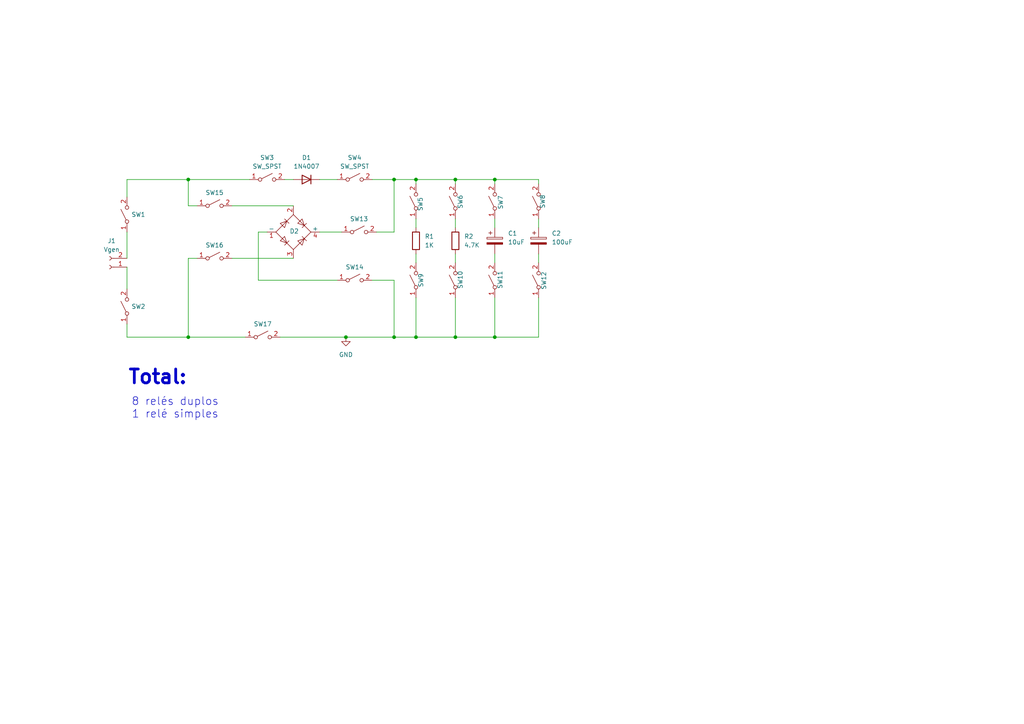
<source format=kicad_sch>
(kicad_sch (version 20231120) (generator "eeschema") (generator_version "8.0")
  (paper "A4")
  (lib_symbols
    (symbol "Connector:Conn_01x02_Socket" (pin_names (offset 1.016) hide)
      (property "Reference" "J" (at 0 2.54 0))
      (property "Value" "Conn_01x02_Socket" (at 0 -5.08 0))
      (symbol "Conn_01x02_Socket_1_1"
        (arc (start 0 -2.032) (mid -0.5058 -2.54) (end 0 -3.048) (stroke (width 0.1524)))
        (polyline (pts (xy -1.27 -2.54) (xy -0.508 -2.54)) (stroke (width 0.1524)))
        (polyline (pts (xy -1.27 0) (xy -0.508 0)) (stroke (width 0.1524)))
        (arc (start 0 0.508) (mid -0.5058 0) (end 0 -0.508) (stroke (width 0.1524)))
        (pin passive line (at -5.08 0 0) (length 3.81) (name "Pin_1") (number "1"))
        (pin passive line (at -5.08 -2.54 0) (length 3.81) (name "Pin_2") (number "2"))
      )
    )
    (symbol "Device:C_Polarized" (pin_numbers hide) (pin_names (offset 0.254))
      (property "Reference" "C" (at 0.635 2.54 0))
      (property "Value" "C_Polarized" (at 0.635 -2.54 0))
      (symbol "C_Polarized_0_1"
        (rectangle (start -2.286 0.508) (end 2.286 1.016))
        (polyline (pts (xy -1.778 2.286) (xy -0.762 2.286)))
        (polyline (pts (xy -1.27 2.794) (xy -1.27 1.778)))
        (rectangle (start 2.286 -0.508) (end -2.286 -1.016) (fill (type outline)))
      )
      (symbol "C_Polarized_1_1"
        (pin passive line (at 0 3.81 270) (length 2.794) (name "~") (number "1"))
        (pin passive line (at 0 -3.81 90) (length 2.794) (name "~") (number "2"))
      )
    )
    (symbol "Device:R" (pin_numbers hide) (pin_names (offset 0))
      (property "Reference" "R" (at 2.032 0 90))
      (property "Value" "R" (at 0 0 90))
      (symbol "R_0_1"
        (rectangle (start -1.016 -2.54) (end 1.016 2.54) (stroke (width 0.254)))
      )
      (symbol "R_1_1"
        (pin passive line (at 0 3.81 270) (length 1.27) (name "~") (number "1"))
        (pin passive line (at 0 -3.81 90) (length 1.27) (name "~") (number "2"))
      )
    )
    (symbol "Diode:1N4007" (pin_numbers hide) (pin_names hide)
      (property "Reference" "D" (at 0 2.54 0))
      (property "Value" "1N4007" (at 0 -2.54 0))
      (symbol "1N4007_0_1"
        (polyline (pts (xy -1.27 1.27) (xy -1.27 -1.27)) (stroke (width 0.254)))
        (polyline (pts (xy 1.27 0) (xy -1.27 0)))
        (polyline (pts (xy 1.27 1.27) (xy 1.27 -1.27) (xy -1.27 0) (xy 1.27 1.27)) (stroke (width 0.254)))
      )
      (symbol "1N4007_1_1"
        (pin passive line (at -3.81 0 0) (length 2.54) (name "K") (number "1"))
        (pin passive line (at 3.81 0 180) (length 2.54) (name "A") (number "2"))
      )
    )
    (symbol "Diode_Bridge:B250C2300-1500A" (pin_names (offset 0))
      (property "Reference" "D" (at 2.54 6.985 0))
      (property "Value" "B250C2300-1500A" (at 2.54 5.08 0))
      (symbol "B250C2300-1500A_0_1"
        (polyline (pts (xy -2.54 3.81) (xy -1.27 2.54)))
        (polyline (pts (xy -1.27 -2.54) (xy -2.54 -3.81)))
        (polyline (pts (xy 2.54 -1.27) (xy 3.81 -2.54)))
        (polyline (pts (xy 2.54 1.27) (xy 3.81 2.54)))
        (polyline (pts (xy -3.81 2.54) (xy -2.54 1.27) (xy -1.905 3.175) (xy -3.81 2.54)))
        (polyline (pts (xy -2.54 -1.27) (xy -3.81 -2.54) (xy -1.905 -3.175) (xy -2.54 -1.27)))
        (polyline (pts (xy 1.27 2.54) (xy 2.54 3.81) (xy 3.175 1.905) (xy 1.27 2.54)))
        (polyline (pts (xy 3.175 -1.905) (xy 1.27 -2.54) (xy 2.54 -3.81) (xy 3.175 -1.905)))
        (polyline (pts (xy -5.08 0) (xy 0 -5.08) (xy 5.08 0) (xy 0 5.08) (xy -5.08 0)))
      )
      (symbol "B250C2300-1500A_1_1"
        (pin passive line (at -7.62 0 0) (length 2.54) (name "-") (number "1"))
        (pin passive line (at 0 7.62 270) (length 2.54) (name "~") (number "2"))
        (pin passive line (at 0 -7.62 90) (length 2.54) (name "~") (number "3"))
        (pin passive line (at 7.62 0 180) (length 2.54) (name "+") (number "4"))
      )
    )
    (symbol "Switch:SW_SPST" (pin_names (offset 0) hide)
      (property "Reference" "SW" (at 0 3.175 0))
      (property "Value" "SW_SPST" (at 0 -2.54 0))
      (symbol "SW_SPST_0_0"
        (circle (center -2.032 0) (radius 0.508))
        (polyline (pts (xy -1.524 0.254) (xy 1.524 1.778)))
        (circle (center 2.032 0) (radius 0.508))
      )
      (symbol "SW_SPST_1_1"
        (pin passive line (at -5.08 0 0) (length 2.54) (name "A") (number "1"))
        (pin passive line (at 5.08 0 180) (length 2.54) (name "B") (number "2"))
      )
    )
    (symbol "power:GND" (power) (pin_numbers hide) (pin_names (offset 0) hide)
      (property "Value" "GND" (at 0 -3.81 0))
      (symbol "GND_0_1"
        (polyline (pts (xy 0 0) (xy 0 -1.27) (xy 1.27 -1.27) (xy 0 -2.54) (xy -1.27 -1.27) (xy 0 -1.27)))
      )
      (symbol "GND_1_1"
        (pin power_in line (at 0 0 270) (length 0) (name "~") (number "1"))
      )
    )
  )
  (junction (at 132.08 97.79))
  (junction (at 114.3 97.79))
  (junction (at 120.65 97.79))
  (junction (at 143.51 52.07))
  (junction (at 54.61 97.79))
  (junction (at 54.61 52.07))
  (junction (at 132.08 52.07))
  (junction (at 114.3 52.07))
  (junction (at 120.65 52.07))
  (junction (at 143.51 97.79))
  (junction (at 100.33 97.79))
  (wire (pts (xy 156.21 86.36) (xy 156.21 97.79)))
  (wire (pts (xy 54.61 59.69) (xy 54.61 52.07)))
  (wire (pts (xy 143.51 63.5) (xy 143.51 66.04)))
  (wire (pts (xy 120.65 52.07) (xy 132.08 52.07)))
  (wire (pts (xy 120.65 86.36) (xy 120.65 97.79)))
  (wire (pts (xy 36.83 52.07) (xy 54.61 52.07)))
  (wire (pts (xy 143.51 52.07) (xy 156.21 52.07)))
  (wire (pts (xy 92.71 67.31) (xy 99.06 67.31)))
  (wire (pts (xy 67.31 74.93) (xy 85.09 74.93)))
  (wire (pts (xy 74.93 81.28) (xy 97.79 81.28)))
  (wire (pts (xy 114.3 81.28) (xy 114.3 97.79)))
  (wire (pts (xy 81.28 97.79) (xy 100.33 97.79)))
  (wire (pts (xy 109.22 67.31) (xy 114.3 67.31)))
  (wire (pts (xy 57.15 59.69) (xy 54.61 59.69)))
  (wire (pts (xy 143.51 97.79) (xy 132.08 97.79)))
  (wire (pts (xy 36.83 93.98) (xy 36.83 97.79)))
  (wire (pts (xy 54.61 52.07) (xy 72.39 52.07)))
  (wire (pts (xy 71.12 97.79) (xy 54.61 97.79)))
  (wire (pts (xy 120.65 63.5) (xy 120.65 66.04)))
  (wire (pts (xy 36.83 67.31) (xy 36.83 74.93)))
  (wire (pts (xy 143.51 73.66) (xy 143.51 76.2)))
  (wire (pts (xy 67.31 59.69) (xy 85.09 59.69)))
  (wire (pts (xy 132.08 86.36) (xy 132.08 97.79)))
  (wire (pts (xy 92.71 52.07) (xy 97.79 52.07)))
  (wire (pts (xy 156.21 97.79) (xy 143.51 97.79)))
  (wire (pts (xy 132.08 63.5) (xy 132.08 66.04)))
  (wire (pts (xy 120.65 97.79) (xy 114.3 97.79)))
  (wire (pts (xy 36.83 57.15) (xy 36.83 52.07)))
  (wire (pts (xy 82.55 52.07) (xy 85.09 52.07)))
  (wire (pts (xy 57.15 74.93) (xy 54.61 74.93)))
  (wire (pts (xy 156.21 73.66) (xy 156.21 76.2)))
  (wire (pts (xy 156.21 63.5) (xy 156.21 66.04)))
  (wire (pts (xy 107.95 81.28) (xy 114.3 81.28)))
  (wire (pts (xy 132.08 52.07) (xy 143.51 52.07)))
  (wire (pts (xy 114.3 67.31) (xy 114.3 52.07)))
  (wire (pts (xy 120.65 52.07) (xy 120.65 53.34)))
  (wire (pts (xy 132.08 52.07) (xy 132.08 53.34)))
  (wire (pts (xy 156.21 52.07) (xy 156.21 53.34)))
  (wire (pts (xy 74.93 67.31) (xy 74.93 81.28)))
  (wire (pts (xy 143.51 52.07) (xy 143.51 53.34)))
  (wire (pts (xy 120.65 73.66) (xy 120.65 76.2)))
  (wire (pts (xy 114.3 97.79) (xy 100.33 97.79)))
  (wire (pts (xy 107.95 52.07) (xy 114.3 52.07)))
  (wire (pts (xy 132.08 97.79) (xy 120.65 97.79)))
  (wire (pts (xy 36.83 77.47) (xy 36.83 83.82)))
  (wire (pts (xy 77.47 67.31) (xy 74.93 67.31)))
  (wire (pts (xy 36.83 97.79) (xy 54.61 97.79)))
  (wire (pts (xy 114.3 52.07) (xy 120.65 52.07)))
  (wire (pts (xy 132.08 73.66) (xy 132.08 76.2)))
  (wire (pts (xy 54.61 74.93) (xy 54.61 97.79)))
  (wire (pts (xy 143.51 86.36) (xy 143.51 97.79)))
  (text "8 relés duplos\n1 relé simples" (at 50.8 118.364 0) (effects (font (size 2.27 2.27))))
  (text "Total: " (at 47.244 109.474 0) (effects (font (size 4 4) (thickness 0.8) (bold yes))))
  (symbol (lib_id "Switch:SW_SPST") (at 143.51 58.42 90) (unit 1)
    (property "Reference" "SW7" (at 145.1867 56.6567 0) (effects (justify right)))
    (property "Value" "SW_SPST" (effects (hide yes)))
    (property "Description" "Single Pole Single Throw (SPST) switch" (effects (hide yes)))
  )
  (symbol (lib_id "Switch:SW_SPST") (at 62.23 59.69 0) (unit 1)
    (property "Reference" "SW15" (at 62.23 55.88 0))
    (property "Value" "SW_SPST" (effects (hide yes)))
    (property "Description" "Single Pole Single Throw (SPST) switch" (effects (hide yes)))
  )
  (symbol (lib_id "Diode_Bridge:B250C2300-1500A") (at 85.09 67.31 0) (unit 1)
    (property "Reference" "D2" (at 85.344 67.056 0))
    (property "Value" "B250C2300-1500A" (effects (hide yes)))
    (property "Footprint" "Diode_THT:Diode_Bridge_19.0x3.5x10.0mm_P5.0mm" (effects (hide yes)))
    (property "Datasheet" "https://diotec.com/tl_files/diotec/files/pdf/datasheets/b40c2300.pdf" (effects (hide yes)))
    (property "Description" "Silicon Bridge Rectifier, 250V Vrms, 1.5A If, pins=-AA+, SIL-package" (effects (hide yes)))
  )
  (symbol (lib_id "Device:R") (at 120.65 69.85 0) (unit 1)
    (property "Reference" "R1" (at 123.19 68.5799 0) (effects (justify left)))
    (property "Value" "1K" (at 123.19 71.1199 0) (effects (justify left)))
    (property "Description" "Resistor" (effects (hide yes)))
  )
  (symbol (lib_id "Switch:SW_SPST") (at 104.14 67.31 0) (unit 1)
    (property "Reference" "SW13" (at 104.14 63.5 0))
    (property "Value" "SW_SPST" (effects (hide yes)))
    (property "Description" "Single Pole Single Throw (SPST) switch" (effects (hide yes)))
  )
  (symbol (lib_id "Switch:SW_SPST") (at 143.51 81.28 90) (unit 1)
    (property "Reference" "SW11" (at 145.034 78.486 0) (effects (justify right)))
    (property "Value" "SW_SPST" (effects (hide yes)))
    (property "Description" "Single Pole Single Throw (SPST) switch" (effects (hide yes)))
  )
  (symbol (lib_id "Switch:SW_SPST") (at 36.83 62.23 90) (unit 1)
    (property "Reference" "SW1" (at 38.1 62.2299 90) (effects (justify right)))
    (property "Value" "SW_SPST" (effects (hide yes)))
    (property "Description" "Single Pole Single Throw (SPST) switch" (effects (hide yes)))
  )
  (symbol (lib_id "Switch:SW_SPST") (at 76.2 97.79 0) (unit 1)
    (property "Reference" "SW17" (at 76.2 93.98 0))
    (property "Value" "SW_SPST" (effects (hide yes)))
    (property "Description" "Single Pole Single Throw (SPST) switch" (effects (hide yes)))
  )
  (symbol (lib_id "Switch:SW_SPST") (at 156.21 81.28 90) (unit 1)
    (property "Reference" "SW12" (at 157.734 78.74 0) (effects (justify right)))
    (property "Value" "SW_SPST" (effects (hide yes)))
    (property "Description" "Single Pole Single Throw (SPST) switch" (effects (hide yes)))
  )
  (symbol (lib_id "Diode:1N4007") (at 88.9 52.07 180) (unit 1)
    (property "Reference" "D1" (at 88.9 45.72 0))
    (property "Value" "1N4007" (at 88.9 48.26 0))
    (property "Footprint" "Diode_THT:D_DO-41_SOD81_P10.16mm_Horizontal" (effects (hide yes)))
    (property "Datasheet" "http://www.vishay.com/docs/88503/1n4001.pdf" (effects (hide yes)))
    (property "Description" "1000V 1A General Purpose Rectifier Diode, DO-41" (effects (hide yes)))
    (property "Sim.Device" "D" (effects (hide yes)))
    (property "Sim.Pins" "1=K 2=A" (effects (hide yes)))
  )
  (symbol (lib_id "Switch:SW_SPST") (at 62.23 74.93 0) (unit 1)
    (property "Reference" "SW16" (at 62.23 71.12 0))
    (property "Value" "SW_SPST" (effects (hide yes)))
    (property "Description" "Single Pole Single Throw (SPST) switch" (effects (hide yes)))
  )
  (symbol (lib_id "Device:C_Polarized") (at 156.21 69.85 0) (unit 1)
    (property "Reference" "C2" (at 160.02 67.6909 0) (effects (justify left)))
    (property "Value" "100uF" (at 160.02 70.2309 0) (effects (justify left)))
    (property "Description" "Polarized capacitor" (effects (hide yes)))
  )
  (symbol (lib_id "Switch:SW_SPST") (at 36.83 88.9 90) (unit 1)
    (property "Reference" "SW2" (at 38.1 88.8999 90) (effects (justify right)))
    (property "Value" "SW_SPST" (effects (hide yes)))
    (property "Description" "Single Pole Single Throw (SPST) switch" (effects (hide yes)))
  )
  (symbol (lib_id "power:GND") (at 100.33 97.79 0) (unit 1)
    (property "Reference" "#PWR02" (effects (hide yes)))
    (property "Value" "GND" (at 100.33 102.87 0))
    (property "Description" "Power symbol creates a global label with name \"GND\" , ground" (effects (hide yes)))
  )
  (symbol (lib_id "Device:C_Polarized") (at 143.51 69.85 0) (unit 1)
    (property "Reference" "C1" (at 147.32 67.6909 0) (effects (justify left)))
    (property "Value" "10uF" (at 147.32 70.2309 0) (effects (justify left)))
    (property "Description" "Polarized capacitor" (effects (hide yes)))
  )
  (symbol (lib_id "Device:R") (at 132.08 69.85 0) (unit 1)
    (property "Reference" "R2" (at 134.62 68.5799 0) (effects (justify left)))
    (property "Value" "4.7K" (at 134.62 71.1199 0) (effects (justify left)))
    (property "Description" "Resistor" (effects (hide yes)))
  )
  (symbol (lib_id "Switch:SW_SPST") (at 102.87 81.28 0) (unit 1)
    (property "Reference" "SW14" (at 102.87 77.47 0))
    (property "Value" "SW_SPST" (effects (hide yes)))
    (property "Description" "Single Pole Single Throw (SPST) switch" (effects (hide yes)))
  )
  (symbol (lib_id "Switch:SW_SPST") (at 120.65 81.28 90) (unit 1)
    (property "Reference" "SW9" (at 122.0727 79.2627 0) (effects (justify right)))
    (property "Value" "SW_SPST" (effects (hide yes)))
    (property "Description" "Single Pole Single Throw (SPST) switch" (effects (hide yes)))
  )
  (symbol (lib_id "Switch:SW_SPST") (at 156.21 58.42 90) (unit 1)
    (property "Reference" "SW8" (at 157.3787 56.4027 0) (effects (justify right)))
    (property "Value" "SW_SPST" (effects (hide yes)))
    (property "Description" "Single Pole Single Throw (SPST) switch" (effects (hide yes)))
  )
  (symbol (lib_id "Switch:SW_SPST") (at 132.08 81.28 90) (unit 1)
    (property "Reference" "SW10" (at 133.5027 78.5007 0) (effects (justify right)))
    (property "Value" "SW_SPST" (effects (hide yes)))
    (property "Description" "Single Pole Single Throw (SPST) switch" (effects (hide yes)))
  )
  (symbol (lib_id "Connector:Conn_01x02_Socket") (at 31.75 77.47 180) (unit 1)
    (property "Reference" "J1" (at 32.385 69.85 0))
    (property "Value" "Vgen" (at 32.385 72.39 0))
    (property "Description" "Generic connector, single row, 01x02, script generated" (effects (hide yes)))
  )
  (symbol (lib_id "Switch:SW_SPST") (at 77.47 52.07 0) (unit 1)
    (property "Reference" "SW3" (at 77.47 45.72 0))
    (property "Value" "SW_SPST" (at 77.47 48.26 0))
    (property "Description" "Single Pole Single Throw (SPST) switch" (effects (hide yes)))
  )
  (symbol (lib_id "Switch:SW_SPST") (at 102.87 52.07 0) (unit 1)
    (property "Reference" "SW4" (at 102.87 45.72 0))
    (property "Value" "SW_SPST" (at 102.87 48.26 0))
    (property "Description" "Single Pole Single Throw (SPST) switch" (effects (hide yes)))
  )
  (symbol (lib_id "Switch:SW_SPST") (at 120.65 58.42 90) (unit 1)
    (property "Reference" "SW5" (at 121.92 57.1499 0) (effects (justify right)))
    (property "Value" "SW_SPST" (effects (hide yes)))
    (property "Description" "Single Pole Single Throw (SPST) switch" (effects (hide yes)))
  )
  (symbol (lib_id "Switch:SW_SPST") (at 132.08 58.42 90) (unit 1)
    (property "Reference" "SW6" (at 133.5047 58.516 0))
    (property "Value" "SW_SPST" (effects (hide yes)))
    (property "Description" "Single Pole Single Throw (SPST) switch" (effects (hide yes)))
  )
)
</source>
